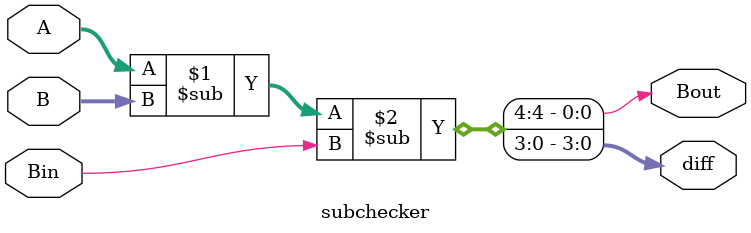
<source format=v>
module subchecker(A,B,Bin,diff,Bout);
parameter width = 4;
input [width-1:0]A,B;
input Bin;
output [width-1:0] diff;
output Bout;

assign {Bout,diff} = A - B - Bin;

endmodule

</source>
